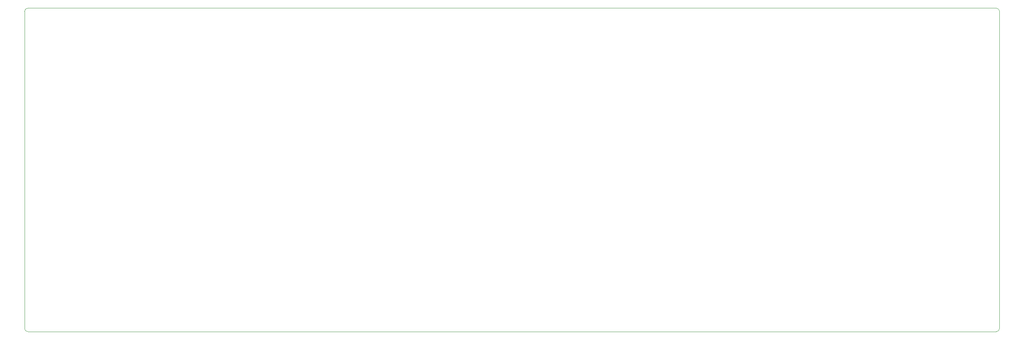
<source format=gm1>
G04 #@! TF.FileFunction,Profile,NP*
%FSLAX46Y46*%
G04 Gerber Fmt 4.6, Leading zero omitted, Abs format (unit mm)*
G04 Created by KiCad (PCBNEW 4.0.1-stable) date 5/15/2016 6:24:45 PM*
%MOMM*%
G01*
G04 APERTURE LIST*
%ADD10C,0.150000*%
%ADD11C,0.099100*%
G04 APERTURE END LIST*
D10*
D11*
X227209040Y-75750560D02*
X768040Y-75750560D01*
X227209040Y-75750560D02*
G75*
G03X227971040Y-74988560I0J762000D01*
G01*
X227971040Y-693560D02*
X227971040Y-74988560D01*
X227971040Y-693560D02*
G75*
G03X227209040Y68440I-762000J0D01*
G01*
X768040Y68440D02*
X227209040Y68440D01*
X768040Y68440D02*
G75*
G03X6040Y-693560I0J-762000D01*
G01*
X6040Y-74988560D02*
X6040Y-693560D01*
X6040Y-74988560D02*
G75*
G03X768040Y-75750560I762000J0D01*
G01*
M02*

</source>
